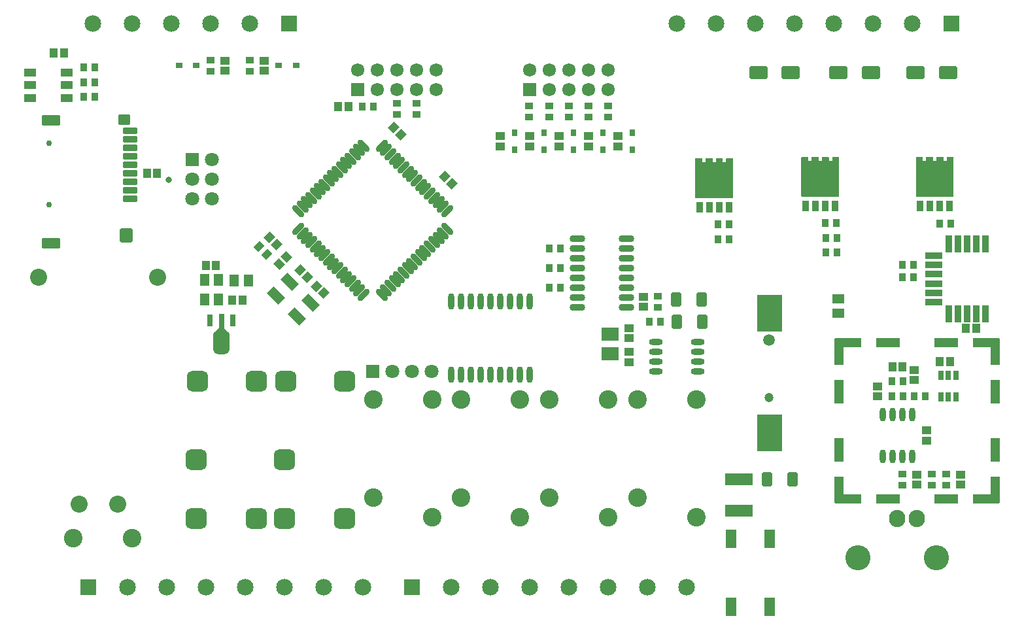
<source format=gts>
G04*
G04 #@! TF.GenerationSoftware,Altium Limited,Altium Designer,20.0.13 (296)*
G04*
G04 Layer_Color=8388736*
%FSAX24Y24*%
%MOIN*%
G70*
G01*
G75*
%ADD62R,0.0336X0.0552*%
%ADD63O,0.0789X0.0356*%
%ADD64R,0.0375X0.0434*%
%ADD65R,0.0434X0.0375*%
%ADD66R,0.0454X0.0415*%
%ADD67R,0.0415X0.0454*%
G04:AMPARAMS|DCode=68|XSize=94.6mil|YSize=67.1mil|CornerRadius=11.4mil|HoleSize=0mil|Usage=FLASHONLY|Rotation=0.000|XOffset=0mil|YOffset=0mil|HoleType=Round|Shape=RoundedRectangle|*
%AMROUNDEDRECTD68*
21,1,0.0946,0.0443,0,0,0.0*
21,1,0.0719,0.0671,0,0,0.0*
1,1,0.0228,0.0359,-0.0221*
1,1,0.0228,-0.0359,-0.0221*
1,1,0.0228,-0.0359,0.0221*
1,1,0.0228,0.0359,0.0221*
%
%ADD68ROUNDEDRECTD68*%
%ADD69R,0.0375X0.0316*%
G04:AMPARAMS|DCode=70|XSize=55.2mil|YSize=63.1mil|CornerRadius=6.4mil|HoleSize=0mil|Usage=FLASHONLY|Rotation=270.000|XOffset=0mil|YOffset=0mil|HoleType=Round|Shape=RoundedRectangle|*
%AMROUNDEDRECTD70*
21,1,0.0552,0.0504,0,0,270.0*
21,1,0.0425,0.0631,0,0,270.0*
1,1,0.0127,-0.0252,-0.0213*
1,1,0.0127,-0.0252,0.0213*
1,1,0.0127,0.0252,0.0213*
1,1,0.0127,0.0252,-0.0213*
%
%ADD70ROUNDEDRECTD70*%
G04:AMPARAMS|DCode=71|XSize=35.6mil|YSize=71mil|CornerRadius=5.4mil|HoleSize=0mil|Usage=FLASHONLY|Rotation=270.000|XOffset=0mil|YOffset=0mil|HoleType=Round|Shape=RoundedRectangle|*
%AMROUNDEDRECTD71*
21,1,0.0356,0.0602,0,0,270.0*
21,1,0.0248,0.0710,0,0,270.0*
1,1,0.0108,-0.0301,-0.0124*
1,1,0.0108,-0.0301,0.0124*
1,1,0.0108,0.0301,0.0124*
1,1,0.0108,0.0301,-0.0124*
%
%ADD71ROUNDEDRECTD71*%
G04:AMPARAMS|DCode=72|XSize=55.2mil|YSize=94.6mil|CornerRadius=6.4mil|HoleSize=0mil|Usage=FLASHONLY|Rotation=270.000|XOffset=0mil|YOffset=0mil|HoleType=Round|Shape=RoundedRectangle|*
%AMROUNDEDRECTD72*
21,1,0.0552,0.0819,0,0,270.0*
21,1,0.0425,0.0946,0,0,270.0*
1,1,0.0127,-0.0409,-0.0213*
1,1,0.0127,-0.0409,0.0213*
1,1,0.0127,0.0409,0.0213*
1,1,0.0127,0.0409,-0.0213*
%
%ADD72ROUNDEDRECTD72*%
G04:AMPARAMS|DCode=73|XSize=71mil|YSize=67.1mil|CornerRadius=7mil|HoleSize=0mil|Usage=FLASHONLY|Rotation=270.000|XOffset=0mil|YOffset=0mil|HoleType=Round|Shape=RoundedRectangle|*
%AMROUNDEDRECTD73*
21,1,0.0710,0.0531,0,0,270.0*
21,1,0.0571,0.0671,0,0,270.0*
1,1,0.0139,-0.0266,-0.0285*
1,1,0.0139,-0.0266,0.0285*
1,1,0.0139,0.0266,0.0285*
1,1,0.0139,0.0266,-0.0285*
%
%ADD73ROUNDEDRECTD73*%
G04:AMPARAMS|DCode=74|XSize=73mil|YSize=51.3mil|CornerRadius=9.4mil|HoleSize=0mil|Usage=FLASHONLY|Rotation=270.000|XOffset=0mil|YOffset=0mil|HoleType=Round|Shape=RoundedRectangle|*
%AMROUNDEDRECTD74*
21,1,0.0730,0.0325,0,0,270.0*
21,1,0.0541,0.0513,0,0,270.0*
1,1,0.0188,-0.0162,-0.0271*
1,1,0.0188,-0.0162,0.0271*
1,1,0.0188,0.0162,0.0271*
1,1,0.0188,0.0162,-0.0271*
%
%ADD74ROUNDEDRECTD74*%
%ADD75O,0.0710X0.0316*%
G04:AMPARAMS|DCode=76|XSize=45.4mil|YSize=41.5mil|CornerRadius=0mil|HoleSize=0mil|Usage=FLASHONLY|Rotation=225.000|XOffset=0mil|YOffset=0mil|HoleType=Round|Shape=Rectangle|*
%AMROTATEDRECTD76*
4,1,4,0.0014,0.0307,0.0307,0.0014,-0.0014,-0.0307,-0.0307,-0.0014,0.0014,0.0307,0.0*
%
%ADD76ROTATEDRECTD76*%

%ADD77R,0.0513X0.0611*%
%ADD78R,0.0316X0.0631*%
%ADD79R,0.0316X0.0789*%
G04:AMPARAMS|DCode=80|XSize=45.4mil|YSize=41.5mil|CornerRadius=0mil|HoleSize=0mil|Usage=FLASHONLY|Rotation=135.000|XOffset=0mil|YOffset=0mil|HoleType=Round|Shape=Rectangle|*
%AMROTATEDRECTD80*
4,1,4,0.0307,-0.0014,0.0014,-0.0307,-0.0307,0.0014,-0.0014,0.0307,0.0307,-0.0014,0.0*
%
%ADD80ROTATEDRECTD80*%

G04:AMPARAMS|DCode=81|XSize=29.7mil|YSize=76.9mil|CornerRadius=0mil|HoleSize=0mil|Usage=FLASHONLY|Rotation=315.000|XOffset=0mil|YOffset=0mil|HoleType=Round|Shape=Round|*
%AMOVALD81*
21,1,0.0472,0.0297,0.0000,0.0000,45.0*
1,1,0.0297,-0.0167,-0.0167*
1,1,0.0297,0.0167,0.0167*
%
%ADD81OVALD81*%

G04:AMPARAMS|DCode=82|XSize=29.7mil|YSize=76.9mil|CornerRadius=0mil|HoleSize=0mil|Usage=FLASHONLY|Rotation=45.000|XOffset=0mil|YOffset=0mil|HoleType=Round|Shape=Round|*
%AMOVALD82*
21,1,0.0472,0.0297,0.0000,0.0000,135.0*
1,1,0.0297,0.0167,-0.0167*
1,1,0.0297,-0.0167,0.0167*
%
%ADD82OVALD82*%

G04:AMPARAMS|DCode=83|XSize=82.8mil|YSize=51.3mil|CornerRadius=0mil|HoleSize=0mil|Usage=FLASHONLY|Rotation=315.000|XOffset=0mil|YOffset=0mil|HoleType=Round|Shape=Rectangle|*
%AMROTATEDRECTD83*
4,1,4,-0.0474,0.0111,-0.0111,0.0474,0.0474,-0.0111,0.0111,-0.0474,-0.0474,0.0111,0.0*
%
%ADD83ROTATEDRECTD83*%

G04:AMPARAMS|DCode=84|XSize=43.4mil|YSize=37.5mil|CornerRadius=0mil|HoleSize=0mil|Usage=FLASHONLY|Rotation=225.000|XOffset=0mil|YOffset=0mil|HoleType=Round|Shape=Rectangle|*
%AMROTATEDRECTD84*
4,1,4,0.0021,0.0286,0.0286,0.0021,-0.0021,-0.0286,-0.0286,-0.0021,0.0021,0.0286,0.0*
%
%ADD84ROTATEDRECTD84*%

%ADD85R,0.0316X0.0375*%
%ADD86R,0.0474X0.1222*%
%ADD87R,0.0474X0.1379*%
%ADD88R,0.1222X0.0474*%
%ADD89R,0.1379X0.0474*%
%ADD90R,0.0316X0.0474*%
%ADD91O,0.0316X0.0710*%
%ADD92R,0.0552X0.0966*%
%ADD93R,0.1419X0.0611*%
%ADD94R,0.0356X0.0867*%
%ADD95R,0.0867X0.0356*%
%ADD96R,0.0867X0.0671*%
%ADD97R,0.1261X0.1852*%
%ADD98O,0.0316X0.0828*%
%ADD99R,0.0592X0.0434*%
%ADD100R,0.0611X0.0513*%
%ADD101C,0.1280*%
%ADD102O,0.0830X0.0880*%
%ADD103C,0.0946*%
%ADD104C,0.0848*%
%ADD105R,0.0848X0.0848*%
%ADD106C,0.0678*%
%ADD107R,0.0678X0.0678*%
%ADD108C,0.0300*%
%ADD109C,0.0592*%
%ADD110C,0.0474*%
%ADD111C,0.0867*%
G04:AMPARAMS|DCode=112|XSize=106.4mil|YSize=106.4mil|CornerRadius=28.6mil|HoleSize=0mil|Usage=FLASHONLY|Rotation=270.000|XOffset=0mil|YOffset=0mil|HoleType=Round|Shape=RoundedRectangle|*
%AMROUNDEDRECTD112*
21,1,0.1064,0.0492,0,0,270.0*
21,1,0.0492,0.1064,0,0,270.0*
1,1,0.0572,-0.0246,-0.0246*
1,1,0.0572,-0.0246,0.0246*
1,1,0.0572,0.0246,0.0246*
1,1,0.0572,0.0246,-0.0246*
%
%ADD112ROUNDEDRECTD112*%
%ADD113R,0.0710X0.0710*%
%ADD114C,0.0710*%
%ADD115R,0.0710X0.0710*%
%ADD116C,0.0316*%
G36*
X048086Y023956D02*
X048091Y023955D01*
X048096Y023953D01*
X048101Y023951D01*
X048105Y023948D01*
X048109Y023945D01*
X048113Y023941D01*
X048115Y023936D01*
X048118Y023932D01*
X048119Y023927D01*
X048120Y023922D01*
X048121Y023916D01*
Y023720D01*
Y021948D01*
X048120Y021943D01*
X048119Y021937D01*
X048118Y021933D01*
X048115Y021928D01*
X048113Y021923D01*
X048109Y021920D01*
X048105Y021916D01*
X048101Y021913D01*
X048096Y021911D01*
X048091Y021909D01*
X048086Y021908D01*
X048081Y021908D01*
X046230D01*
X046225Y021908D01*
X046220Y021909D01*
X046215Y021911D01*
X046210Y021913D01*
X046206Y021916D01*
X046202Y021920D01*
X046199Y021923D01*
X046196Y021928D01*
X046193Y021933D01*
X046192Y021937D01*
X046191Y021943D01*
X046190Y021948D01*
Y023720D01*
Y023916D01*
X046191Y023922D01*
X046192Y023927D01*
X046193Y023932D01*
X046196Y023936D01*
X046199Y023941D01*
X046202Y023945D01*
X046206Y023948D01*
X046210Y023951D01*
X046215Y023953D01*
X046220Y023955D01*
X046225Y023956D01*
X046230Y023956D01*
X046506D01*
X046511Y023956D01*
X046516Y023955D01*
X046521Y023953D01*
X046526Y023951D01*
X046530Y023948D01*
X046534Y023945D01*
X046538Y023941D01*
X046541Y023936D01*
X046543Y023932D01*
X046545Y023927D01*
X046546Y023922D01*
X046546Y023916D01*
Y023760D01*
X046716D01*
Y023916D01*
X046716Y023922D01*
X046717Y023927D01*
X046719Y023932D01*
X046721Y023936D01*
X046724Y023941D01*
X046728Y023945D01*
X046732Y023948D01*
X046736Y023951D01*
X046741Y023953D01*
X046746Y023955D01*
X046751Y023956D01*
X046756Y023956D01*
X047031D01*
X047037Y023956D01*
X047042Y023955D01*
X047047Y023953D01*
X047052Y023951D01*
X047056Y023948D01*
X047060Y023945D01*
X047063Y023941D01*
X047066Y023936D01*
X047069Y023932D01*
X047070Y023927D01*
X047071Y023922D01*
X047072Y023916D01*
Y023760D01*
X047239D01*
Y023916D01*
X047240Y023922D01*
X047241Y023927D01*
X047242Y023932D01*
X047245Y023936D01*
X047248Y023941D01*
X047251Y023945D01*
X047255Y023948D01*
X047259Y023951D01*
X047264Y023953D01*
X047269Y023955D01*
X047274Y023956D01*
X047280Y023956D01*
X047555D01*
X047560Y023956D01*
X047565Y023955D01*
X047570Y023953D01*
X047575Y023951D01*
X047580Y023948D01*
X047583Y023945D01*
X047587Y023941D01*
X047590Y023936D01*
X047592Y023932D01*
X047594Y023927D01*
X047595Y023922D01*
X047595Y023916D01*
Y023760D01*
X047765D01*
Y023916D01*
X047765Y023922D01*
X047766Y023927D01*
X047768Y023932D01*
X047770Y023936D01*
X047773Y023941D01*
X047777Y023945D01*
X047781Y023948D01*
X047785Y023951D01*
X047790Y023953D01*
X047795Y023955D01*
X047800Y023956D01*
X047805Y023956D01*
X048081D01*
X048086Y023956D01*
D02*
G37*
G36*
X042248D02*
X042253Y023955D01*
X042258Y023953D01*
X042262Y023951D01*
X042267Y023948D01*
X042271Y023945D01*
X042274Y023941D01*
X042277Y023936D01*
X042279Y023932D01*
X042281Y023927D01*
X042282Y023922D01*
X042282Y023916D01*
Y023720D01*
Y021948D01*
X042282Y021943D01*
X042281Y021937D01*
X042279Y021933D01*
X042277Y021928D01*
X042274Y021923D01*
X042271Y021920D01*
X042267Y021916D01*
X042262Y021913D01*
X042258Y021911D01*
X042253Y021909D01*
X042248Y021908D01*
X042242Y021908D01*
X040392D01*
X040387Y021908D01*
X040382Y021909D01*
X040377Y021911D01*
X040372Y021913D01*
X040368Y021916D01*
X040364Y021920D01*
X040360Y021923D01*
X040357Y021928D01*
X040355Y021933D01*
X040353Y021937D01*
X040352Y021943D01*
X040352Y021948D01*
Y023720D01*
D01*
Y023916D01*
X040352Y023922D01*
X040353Y023927D01*
X040355Y023932D01*
X040357Y023936D01*
X040360Y023941D01*
X040364Y023945D01*
X040368Y023948D01*
X040372Y023951D01*
X040377Y023953D01*
X040382Y023955D01*
X040387Y023956D01*
X040392Y023956D01*
X040668D01*
X040673Y023956D01*
X040678Y023955D01*
X040683Y023953D01*
X040688Y023951D01*
X040692Y023948D01*
X040696Y023945D01*
X040699Y023941D01*
X040702Y023936D01*
X040705Y023932D01*
X040706Y023927D01*
X040707Y023922D01*
X040708Y023916D01*
Y023760D01*
X040877D01*
Y023916D01*
X040878Y023922D01*
X040879Y023927D01*
X040880Y023932D01*
X040883Y023936D01*
X040886Y023941D01*
X040889Y023945D01*
X040893Y023948D01*
X040897Y023951D01*
X040902Y023953D01*
X040907Y023955D01*
X040912Y023956D01*
X040918Y023956D01*
X041193D01*
X041198Y023956D01*
X041203Y023955D01*
X041208Y023953D01*
X041213Y023951D01*
X041217Y023948D01*
X041221Y023945D01*
X041225Y023941D01*
X041228Y023936D01*
X041230Y023932D01*
X041232Y023927D01*
X041233Y023922D01*
X041233Y023916D01*
Y023760D01*
X041401D01*
Y023916D01*
X041401Y023922D01*
X041402Y023927D01*
X041404Y023932D01*
X041406Y023936D01*
X041409Y023941D01*
X041413Y023945D01*
X041417Y023948D01*
X041421Y023951D01*
X041426Y023953D01*
X041431Y023955D01*
X041436Y023956D01*
X041441Y023956D01*
X041717D01*
X041722Y023956D01*
X041727Y023955D01*
X041732Y023953D01*
X041737Y023951D01*
X041741Y023948D01*
X041745Y023945D01*
X041749Y023941D01*
X041751Y023936D01*
X041754Y023932D01*
X041755Y023927D01*
X041756Y023922D01*
X041757Y023916D01*
Y023760D01*
X041927D01*
Y023916D01*
X041927Y023922D01*
X041928Y023927D01*
X041930Y023932D01*
X041932Y023936D01*
X041935Y023941D01*
X041938Y023945D01*
X041942Y023948D01*
X041947Y023951D01*
X041951Y023953D01*
X041956Y023955D01*
X041961Y023956D01*
X041967Y023956D01*
X042242D01*
X042248Y023956D01*
D02*
G37*
G36*
X036842Y023888D02*
X036847Y023887D01*
X036852Y023885D01*
X036857Y023883D01*
X036861Y023880D01*
X036865Y023877D01*
X036869Y023873D01*
X036872Y023868D01*
X036874Y023864D01*
X036876Y023859D01*
X036877Y023854D01*
X036877Y023848D01*
Y023652D01*
Y021880D01*
X036877Y021875D01*
X036876Y021870D01*
X036874Y021865D01*
X036872Y021860D01*
X036869Y021856D01*
X036865Y021852D01*
X036861Y021848D01*
X036857Y021845D01*
X036852Y021843D01*
X036847Y021841D01*
X036842Y021840D01*
X036837Y021840D01*
X034986D01*
X034981Y021840D01*
X034976Y021841D01*
X034971Y021843D01*
X034966Y021845D01*
X034962Y021848D01*
X034958Y021852D01*
X034955Y021856D01*
X034952Y021860D01*
X034949Y021865D01*
X034948Y021870D01*
X034947Y021875D01*
X034946Y021880D01*
Y023652D01*
Y023848D01*
X034947Y023854D01*
X034948Y023859D01*
X034949Y023864D01*
X034952Y023868D01*
X034955Y023873D01*
X034958Y023877D01*
X034962Y023880D01*
X034966Y023883D01*
X034971Y023885D01*
X034976Y023887D01*
X034981Y023888D01*
X034986Y023889D01*
X035262D01*
X035267Y023888D01*
X035272Y023887D01*
X035277Y023885D01*
X035282Y023883D01*
X035286Y023880D01*
X035290Y023877D01*
X035294Y023873D01*
X035297Y023868D01*
X035299Y023864D01*
X035301Y023859D01*
X035302Y023854D01*
X035302Y023848D01*
Y023692D01*
X035472D01*
Y023848D01*
X035472Y023854D01*
X035473Y023859D01*
X035475Y023864D01*
X035477Y023868D01*
X035480Y023873D01*
X035484Y023877D01*
X035488Y023880D01*
X035492Y023883D01*
X035497Y023885D01*
X035502Y023887D01*
X035507Y023888D01*
X035512Y023889D01*
X035788D01*
X035793Y023888D01*
X035798Y023887D01*
X035803Y023885D01*
X035808Y023883D01*
X035812Y023880D01*
X035816Y023877D01*
X035819Y023873D01*
X035822Y023868D01*
X035825Y023864D01*
X035826Y023859D01*
X035827Y023854D01*
X035828Y023848D01*
Y023692D01*
X035996D01*
Y023848D01*
X035996Y023854D01*
X035997Y023859D01*
X035999Y023864D01*
X036001Y023868D01*
X036004Y023873D01*
X036007Y023877D01*
X036011Y023880D01*
X036016Y023883D01*
X036020Y023885D01*
X036025Y023887D01*
X036030Y023888D01*
X036036Y023889D01*
X036311D01*
X036316Y023888D01*
X036322Y023887D01*
X036327Y023885D01*
X036331Y023883D01*
X036336Y023880D01*
X036340Y023877D01*
X036343Y023873D01*
X036346Y023868D01*
X036348Y023864D01*
X036350Y023859D01*
X036351Y023854D01*
X036351Y023848D01*
Y023692D01*
X036521D01*
Y023848D01*
X036521Y023854D01*
X036522Y023859D01*
X036524Y023864D01*
X036526Y023868D01*
X036529Y023873D01*
X036533Y023877D01*
X036537Y023880D01*
X036541Y023883D01*
X036546Y023885D01*
X036551Y023887D01*
X036556Y023888D01*
X036561Y023889D01*
X036837D01*
X036842Y023888D01*
D02*
G37*
G36*
X010913Y015230D02*
X010918Y015229D01*
X010923Y015228D01*
X010928Y015225D01*
X010932Y015222D01*
X010936Y015219D01*
X011144Y015011D01*
X011144Y015011D01*
X011155Y014999D01*
X011156Y014998D01*
X011157Y014997D01*
X011158Y014996D01*
X011159Y014995D01*
X011160Y014994D01*
X011160Y014993D01*
X011178Y014967D01*
X011179Y014965D01*
X011180Y014964D01*
X011180Y014963D01*
X011181Y014962D01*
X011181Y014961D01*
X011182Y014960D01*
X011194Y014930D01*
X011195Y014929D01*
X011195Y014928D01*
X011195Y014926D01*
X011196Y014925D01*
X011196Y014924D01*
X011196Y014923D01*
X011203Y014891D01*
X011203Y014890D01*
X011203Y014889D01*
X011203Y014887D01*
X011203Y014886D01*
Y014885D01*
X011203Y014883D01*
X011203Y014867D01*
X011203Y014867D01*
X011203Y014187D01*
X011203Y014161D01*
X011203Y014160D01*
Y014159D01*
X011203Y014157D01*
X011203Y014156D01*
X011203Y014155D01*
X011203Y014154D01*
X011193Y014104D01*
X011193Y014103D01*
X011192Y014102D01*
X011192Y014100D01*
X011192Y014099D01*
X011191Y014098D01*
X011191Y014097D01*
X011171Y014050D01*
X011171Y014049D01*
X011170Y014048D01*
X011170Y014047D01*
X011169Y014045D01*
X011168Y014044D01*
X011168Y014043D01*
X011140Y014001D01*
X011139Y014000D01*
X011138Y013999D01*
X011137Y013998D01*
X011136Y013997D01*
X011135Y013996D01*
X011135Y013995D01*
X011099Y013959D01*
X011098Y013959D01*
X011097Y013958D01*
X011096Y013957D01*
X011095Y013956D01*
X011094Y013955D01*
X011093Y013954D01*
X011051Y013926D01*
X011050Y013926D01*
X011049Y013925D01*
X011048Y013925D01*
X011046Y013924D01*
X011045Y013923D01*
X011044Y013923D01*
X010997Y013903D01*
X010996Y013903D01*
X010995Y013903D01*
X010994Y013902D01*
X010992Y013902D01*
X010991Y013902D01*
X010990Y013901D01*
X010941Y013891D01*
X010939Y013891D01*
X010938Y013891D01*
X010937Y013891D01*
X010935Y013891D01*
X010934D01*
X010933Y013891D01*
X010908Y013891D01*
X010907Y013891D01*
X010671Y013891D01*
X010646Y013891D01*
X010645Y013891D01*
X010643D01*
X010642Y013891D01*
X010641Y013891D01*
X010640Y013891D01*
X010638Y013891D01*
X010589Y013901D01*
X010588Y013902D01*
X010586Y013902D01*
X010585Y013902D01*
X010584Y013903D01*
X010583Y013903D01*
X010581Y013903D01*
X010535Y013923D01*
X010534Y013923D01*
X010532Y013924D01*
X010531Y013925D01*
X010530Y013925D01*
X010529Y013926D01*
X010528Y013926D01*
X010486Y013954D01*
X010485Y013955D01*
X010484Y013956D01*
X010483Y013957D01*
X010482Y013958D01*
X010481Y013959D01*
X010480Y013959D01*
X010444Y013995D01*
X010443Y013996D01*
X010442Y013997D01*
X010442Y013998D01*
X010441Y013999D01*
X010440Y014000D01*
X010439Y014001D01*
X010411Y014043D01*
X010410Y014044D01*
X010410Y014045D01*
X010409Y014047D01*
X010409Y014048D01*
X010408Y014049D01*
X010407Y014050D01*
X010388Y014097D01*
X010388Y014098D01*
X010387Y014099D01*
X010387Y014100D01*
X010386Y014102D01*
X010386Y014103D01*
X010386Y014104D01*
X010376Y014154D01*
X010376Y014155D01*
X010376Y014156D01*
X010376Y014157D01*
X010375Y014159D01*
Y014160D01*
X010375Y014161D01*
X010375Y014187D01*
D01*
X010375Y014867D01*
X010375Y014883D01*
X010375Y014885D01*
Y014886D01*
X010376Y014887D01*
X010376Y014889D01*
X010376Y014890D01*
X010376Y014891D01*
X010382Y014923D01*
X010383Y014924D01*
X010383Y014925D01*
X010383Y014926D01*
X010384Y014928D01*
X010384Y014929D01*
X010385Y014930D01*
X010397Y014960D01*
X010397Y014961D01*
X010398Y014962D01*
X010399Y014963D01*
X010399Y014964D01*
X010400Y014965D01*
X010400Y014967D01*
X010418Y014993D01*
X010419Y014994D01*
X010420Y014995D01*
X010421Y014996D01*
X010421Y014997D01*
X010422Y014998D01*
X010423Y014999D01*
X010434Y015011D01*
X010435Y015011D01*
X010435Y015011D01*
X010435Y015011D01*
X010435Y015011D01*
X010643Y015219D01*
X010647Y015222D01*
X010649Y015224D01*
X010651Y015225D01*
X010651Y015225D01*
D01*
X010651Y015225D01*
X010656Y015228D01*
X010661Y015229D01*
X010661Y015229D01*
X010661D01*
X010662Y015229D01*
X010666Y015230D01*
X010671Y015231D01*
X010907D01*
X010913Y015230D01*
D02*
G37*
D62*
X046406Y021456D02*
D03*
X046906D02*
D03*
X047406D02*
D03*
X047906D02*
D03*
X047946Y023668D02*
D03*
X047416D02*
D03*
X046896D02*
D03*
X046366D02*
D03*
X035122Y023600D02*
D03*
X035652D02*
D03*
X036172D02*
D03*
X036702D02*
D03*
X036662Y021388D02*
D03*
X036162D02*
D03*
X035662D02*
D03*
X035162D02*
D03*
X040527Y023668D02*
D03*
X041057D02*
D03*
X041577D02*
D03*
X042107D02*
D03*
X042067Y021456D02*
D03*
X041567D02*
D03*
X041067D02*
D03*
X040567D02*
D03*
D63*
X031424Y016264D02*
D03*
Y016764D02*
D03*
Y017264D02*
D03*
Y017764D02*
D03*
Y018264D02*
D03*
Y018764D02*
D03*
Y019264D02*
D03*
Y019764D02*
D03*
X028944Y016264D02*
D03*
Y016764D02*
D03*
Y017264D02*
D03*
Y017764D02*
D03*
Y018264D02*
D03*
Y018764D02*
D03*
Y019264D02*
D03*
Y019764D02*
D03*
D64*
X028085Y019264D02*
D03*
X027514D02*
D03*
X028085Y018264D02*
D03*
X027514D02*
D03*
X028085Y017264D02*
D03*
X027514D02*
D03*
X045492Y018437D02*
D03*
X046063D02*
D03*
X045492Y017827D02*
D03*
X046063D02*
D03*
X047417Y020560D02*
D03*
X047988D02*
D03*
X032611Y015542D02*
D03*
X033182D02*
D03*
X003759Y027000D02*
D03*
X004330D02*
D03*
X003759Y027750D02*
D03*
X004330D02*
D03*
X003759Y028500D02*
D03*
X004330D02*
D03*
X017965Y026500D02*
D03*
X018535D02*
D03*
X036116Y020500D02*
D03*
X036687D02*
D03*
Y019760D02*
D03*
X036116D02*
D03*
X041581Y020568D02*
D03*
X042152D02*
D03*
X042168Y019828D02*
D03*
X041597D02*
D03*
X042168Y019068D02*
D03*
X041597D02*
D03*
X045535Y012500D02*
D03*
X044965D02*
D03*
X045535Y011750D02*
D03*
X044965D02*
D03*
X046667D02*
D03*
X046096D02*
D03*
D65*
X033034Y016264D02*
D03*
Y016835D02*
D03*
X012250Y028314D02*
D03*
Y028885D02*
D03*
X010251Y028314D02*
D03*
Y028885D02*
D03*
X019750Y026102D02*
D03*
Y026673D02*
D03*
X020741Y026102D02*
D03*
Y026673D02*
D03*
X030500Y026535D02*
D03*
Y025965D02*
D03*
X029500Y026535D02*
D03*
Y025965D02*
D03*
X028500Y026535D02*
D03*
Y025965D02*
D03*
X027500Y026535D02*
D03*
Y025965D02*
D03*
X026487Y026535D02*
D03*
Y025965D02*
D03*
X045500Y007785D02*
D03*
Y007215D02*
D03*
X047000Y007785D02*
D03*
Y007215D02*
D03*
X047750D02*
D03*
Y007785D02*
D03*
D66*
X032306Y016299D02*
D03*
Y016811D02*
D03*
X046750Y009494D02*
D03*
Y010006D02*
D03*
X048470Y007244D02*
D03*
Y007756D02*
D03*
X012986Y028855D02*
D03*
Y028343D02*
D03*
X010957Y028855D02*
D03*
Y028343D02*
D03*
X031567Y015228D02*
D03*
Y014717D02*
D03*
Y013494D02*
D03*
Y014006D02*
D03*
X030993Y025006D02*
D03*
Y024494D02*
D03*
X029493Y025006D02*
D03*
Y024494D02*
D03*
X027993Y025006D02*
D03*
Y024494D02*
D03*
X026493Y025006D02*
D03*
Y024494D02*
D03*
X024993Y025006D02*
D03*
Y024494D02*
D03*
X046118Y013093D02*
D03*
Y012581D02*
D03*
X046250Y007756D02*
D03*
Y007244D02*
D03*
X044250Y011744D02*
D03*
Y012256D02*
D03*
D67*
X047418Y013500D02*
D03*
X047930D02*
D03*
X016750Y026500D02*
D03*
X017262D02*
D03*
X002244Y029250D02*
D03*
X002756D02*
D03*
X011351Y016647D02*
D03*
X011863D02*
D03*
X010506Y018415D02*
D03*
X009994D02*
D03*
X049256Y015197D02*
D03*
X048744D02*
D03*
X044994Y013250D02*
D03*
X045506D02*
D03*
X006994Y023115D02*
D03*
X007506D02*
D03*
D68*
X046173Y028250D02*
D03*
X047827D02*
D03*
X042248D02*
D03*
X043902D02*
D03*
X038167D02*
D03*
X039821D02*
D03*
D69*
X014602Y028599D02*
D03*
X013716D02*
D03*
X008624D02*
D03*
X009510D02*
D03*
D70*
X005854Y025835D02*
D03*
D71*
X006134Y025280D02*
D03*
Y024846D02*
D03*
Y024413D02*
D03*
Y023980D02*
D03*
Y023547D02*
D03*
Y023114D02*
D03*
Y022681D02*
D03*
Y022248D02*
D03*
Y021815D02*
D03*
D72*
X002114Y025815D02*
D03*
Y019555D02*
D03*
D73*
X005934Y019955D02*
D03*
D74*
X039900Y007500D02*
D03*
X038600D02*
D03*
X033997Y015542D02*
D03*
X035296D02*
D03*
X033988Y016683D02*
D03*
X035287D02*
D03*
D75*
X035071Y013000D02*
D03*
Y013500D02*
D03*
Y014000D02*
D03*
Y014500D02*
D03*
X032945Y013000D02*
D03*
Y013500D02*
D03*
Y014000D02*
D03*
Y014500D02*
D03*
D76*
X019931Y025069D02*
D03*
X019569Y025431D02*
D03*
X022184Y022931D02*
D03*
X022546Y022569D02*
D03*
X014819Y018181D02*
D03*
X015181Y017819D02*
D03*
X016000Y017000D02*
D03*
X015638Y017362D02*
D03*
X013229Y019850D02*
D03*
X013591Y019489D02*
D03*
D77*
X012168Y017643D02*
D03*
X011440D02*
D03*
X009925Y016665D02*
D03*
X010654D02*
D03*
X009925Y017665D02*
D03*
X010654D02*
D03*
D78*
X011380Y015624D02*
D03*
X010199D02*
D03*
D79*
X010789Y015545D02*
D03*
D80*
X013727Y018484D02*
D03*
X014089Y018846D02*
D03*
D81*
X018959Y024528D02*
D03*
X019182Y024305D02*
D03*
X019405Y024083D02*
D03*
X019627Y023860D02*
D03*
X019850Y023637D02*
D03*
X020073Y023414D02*
D03*
X020296Y023192D02*
D03*
X020518Y022969D02*
D03*
X020741Y022746D02*
D03*
X020964Y022524D02*
D03*
X021186Y022301D02*
D03*
X021409Y022078D02*
D03*
X021632Y021855D02*
D03*
X021855Y021633D02*
D03*
X022077Y021410D02*
D03*
X022300Y021187D02*
D03*
X018041Y016928D02*
D03*
X017818Y017151D02*
D03*
X017595Y017373D02*
D03*
X017373Y017596D02*
D03*
X017150Y017819D02*
D03*
X016927Y018041D02*
D03*
X016704Y018264D02*
D03*
X016482Y018487D02*
D03*
X016259Y018710D02*
D03*
X016036Y018932D02*
D03*
X015814Y019155D02*
D03*
X015591Y019378D02*
D03*
X015368Y019600D02*
D03*
X015145Y019823D02*
D03*
X014923Y020046D02*
D03*
X014700Y020269D02*
D03*
D82*
X022300D02*
D03*
X022077Y020046D02*
D03*
X021855Y019823D02*
D03*
X021632Y019600D02*
D03*
X021409Y019378D02*
D03*
X021186Y019155D02*
D03*
X020964Y018932D02*
D03*
X020741Y018710D02*
D03*
X020518Y018487D02*
D03*
X020296Y018264D02*
D03*
X020073Y018041D02*
D03*
X019850Y017819D02*
D03*
X019627Y017596D02*
D03*
X019405Y017373D02*
D03*
X019182Y017151D02*
D03*
X018959Y016928D02*
D03*
X014700Y021187D02*
D03*
X014923Y021410D02*
D03*
X015145Y021633D02*
D03*
X015368Y021855D02*
D03*
X015591Y022078D02*
D03*
X015814Y022301D02*
D03*
X016036Y022524D02*
D03*
X016259Y022746D02*
D03*
X016482Y022969D02*
D03*
X016704Y023192D02*
D03*
X016927Y023414D02*
D03*
X017150Y023637D02*
D03*
X017373Y023860D02*
D03*
X017595Y024083D02*
D03*
X017818Y024305D02*
D03*
X018041Y024528D02*
D03*
D83*
X013563Y016876D02*
D03*
X015331Y016522D02*
D03*
X014624Y015815D02*
D03*
X014270Y017583D02*
D03*
D84*
X012708Y019371D02*
D03*
X013112Y018968D02*
D03*
D85*
X027243Y025193D02*
D03*
Y024307D02*
D03*
X028743Y025193D02*
D03*
Y024307D02*
D03*
X030243Y025193D02*
D03*
Y024307D02*
D03*
X031750Y025193D02*
D03*
Y024307D02*
D03*
X025743Y025193D02*
D03*
Y024307D02*
D03*
D86*
X050226Y011976D02*
D03*
Y009024D02*
D03*
X042274D02*
D03*
Y011976D02*
D03*
D87*
X050226Y014024D02*
D03*
Y006976D02*
D03*
X042274D02*
D03*
Y014024D02*
D03*
D88*
X047726Y006524D02*
D03*
X044774D02*
D03*
X047726Y014476D02*
D03*
X044774D02*
D03*
D89*
X049774Y006524D02*
D03*
X042726D02*
D03*
X049774Y014476D02*
D03*
X042726D02*
D03*
D90*
X047476Y012797D02*
D03*
X047850D02*
D03*
X048224D02*
D03*
Y011715D02*
D03*
X047850D02*
D03*
X047476D02*
D03*
D91*
X046000Y010813D02*
D03*
X045500D02*
D03*
X045000D02*
D03*
X044500D02*
D03*
X046000Y008687D02*
D03*
X045500D02*
D03*
X045000D02*
D03*
X044500D02*
D03*
D92*
X038734Y004472D02*
D03*
X036766D02*
D03*
Y001028D02*
D03*
X038734D02*
D03*
D93*
X037182Y005923D02*
D03*
Y007518D02*
D03*
D94*
X048333Y019500D02*
D03*
X047860D02*
D03*
X048805D02*
D03*
X049278D02*
D03*
X049750D02*
D03*
X049278Y015957D02*
D03*
X048805D02*
D03*
X048333D02*
D03*
X047860D02*
D03*
X049750D02*
D03*
D95*
X047112Y018437D02*
D03*
Y018909D02*
D03*
Y017492D02*
D03*
Y017965D02*
D03*
Y017020D02*
D03*
Y016547D02*
D03*
D96*
X030610Y013908D02*
D03*
Y014908D02*
D03*
D97*
X038750Y009890D02*
D03*
Y015992D02*
D03*
D98*
X022500Y012846D02*
D03*
X023000D02*
D03*
X023500D02*
D03*
X024000D02*
D03*
X024500D02*
D03*
X025000D02*
D03*
X025500D02*
D03*
X026000D02*
D03*
X026500D02*
D03*
X022500Y016587D02*
D03*
X023000D02*
D03*
X023500D02*
D03*
X024000D02*
D03*
X024500D02*
D03*
X025000D02*
D03*
X025500D02*
D03*
X026000D02*
D03*
X026500D02*
D03*
D99*
X001044Y026951D02*
D03*
Y027600D02*
D03*
Y028250D02*
D03*
X002895D02*
D03*
Y027600D02*
D03*
Y026951D02*
D03*
D100*
X042250Y016715D02*
D03*
Y015986D02*
D03*
D101*
X043250Y003500D02*
D03*
X047250D02*
D03*
D102*
X046250Y005500D02*
D03*
X045250D02*
D03*
D103*
X003250Y004500D02*
D03*
X006250D02*
D03*
X018549Y006579D02*
D03*
X021549Y005579D02*
D03*
X018549Y011579D02*
D03*
X021549D02*
D03*
X026000D02*
D03*
X023000D02*
D03*
X026000Y005579D02*
D03*
X023000Y006579D02*
D03*
X030500Y011579D02*
D03*
X027500D02*
D03*
X030500Y005579D02*
D03*
X027500Y006579D02*
D03*
X035000Y011579D02*
D03*
X032000D02*
D03*
X035000Y005579D02*
D03*
X032000Y006579D02*
D03*
D104*
X022500Y002000D02*
D03*
X024500D02*
D03*
X026500D02*
D03*
X028500D02*
D03*
X030500D02*
D03*
X032500D02*
D03*
X034500D02*
D03*
X006000D02*
D03*
X008000D02*
D03*
X010000D02*
D03*
X012000D02*
D03*
X014000D02*
D03*
X016000D02*
D03*
X018000D02*
D03*
X046000Y030750D02*
D03*
X044000D02*
D03*
X042000D02*
D03*
X040000D02*
D03*
X038000D02*
D03*
X036000D02*
D03*
X034000D02*
D03*
X004250D02*
D03*
X006250D02*
D03*
X008250D02*
D03*
X010250D02*
D03*
X012250D02*
D03*
D105*
X020500Y002000D02*
D03*
X004000D02*
D03*
X048000Y030750D02*
D03*
X014250D02*
D03*
D106*
X030500Y027388D02*
D03*
X029500D02*
D03*
X030500Y028388D02*
D03*
X029500D02*
D03*
X027500D02*
D03*
Y027388D02*
D03*
X026500Y028388D02*
D03*
X028500D02*
D03*
Y027388D02*
D03*
X021750D02*
D03*
X020750D02*
D03*
X021750Y028388D02*
D03*
X020750D02*
D03*
X018750D02*
D03*
Y027388D02*
D03*
X017750Y028388D02*
D03*
X019750D02*
D03*
Y027388D02*
D03*
D107*
X026500D02*
D03*
X017750D02*
D03*
D108*
X002000Y024650D02*
D03*
Y021500D02*
D03*
D109*
X038720Y014624D02*
D03*
D110*
X038711Y011671D02*
D03*
D111*
X001484Y017825D02*
D03*
X007547D02*
D03*
X005500Y006250D02*
D03*
X003532D02*
D03*
D112*
X009563Y012500D02*
D03*
X012563D02*
D03*
X009500Y008500D02*
D03*
X012563Y005500D02*
D03*
X009500D02*
D03*
X014063Y012500D02*
D03*
X017063D02*
D03*
X014000Y008500D02*
D03*
X017063Y005500D02*
D03*
X014000D02*
D03*
D113*
X009289Y023810D02*
D03*
D114*
X010289D02*
D03*
X009289Y022810D02*
D03*
X010289D02*
D03*
X009289Y021810D02*
D03*
X010289D02*
D03*
X020500Y013000D02*
D03*
X019500D02*
D03*
X021500D02*
D03*
D115*
X018500D02*
D03*
D116*
X008089Y022776D02*
D03*
M02*

</source>
